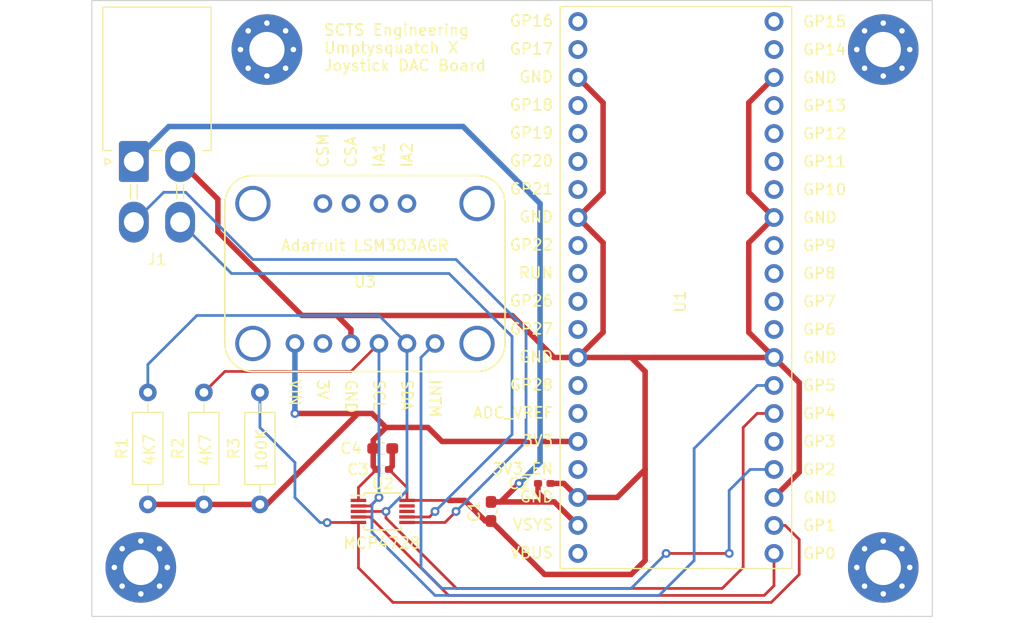
<source format=kicad_pcb>
(kicad_pcb (version 20221018) (generator pcbnew)
  (layers (0 "F.Cu" signal) (31 "B.Cu" signal) (34 "B.Paste" user) (35 "F.Paste" user) (36 "B.SilkS" user "B.Silkscreen") (37 "F.SilkS" user "F.Silkscreen") (38 "B.Mask" user) (39 "F.Mask" user) (44 "Edge.Cuts" user))
  (net 0 "")
  (net 1 "/LDAC")
  (net 2 "/RDY")
  (net 3 "/INTM")
  (net 5 "/SDA")
  (net 6 "/SCL")
  (net 27 "GND")
  (net 30 "/+3V3_2")
  (net 32 "/+3V3")
  (net 34 "/JoystickX")
  (net 35 "/JoystickY")
  (footprint "Resistor_THT:R_Axial_DIN0207_L6.3mm_D2.5mm_P10.16mm_Horizontal" (layer "F.Cu") (at 145.415 83.185 90)
    (fp_text reference "R3" (at 5.08 -2.37 90) (layer "F.SilkS"))
    (fp_text value "100K")
    (fp_line (start 1.04 0) (end 1.81 0) (stroke (width 0.12)) (layer "F.SilkS"))
    (fp_line (start 1.81 -1.37) (end 1.81 1.37) (stroke (width 0.12)) (layer "F.SilkS"))
    (fp_line (start 1.81 1.37) (end 8.35 1.37) (stroke (width 0.12)) (layer "F.SilkS"))
    (fp_line (start 8.35 -1.37) (end 1.81 -1.37) (stroke (width 0.12)) (layer "F.SilkS"))
    (fp_line (start 8.35 1.37) (end 8.35 -1.37) (stroke (width 0.12)) (layer "F.SilkS"))
    (fp_line (start 9.12 0) (end 8.35 0) (stroke (width 0.12)) (layer "F.SilkS"))
    (pad "1" thru_hole circle (at 0 0 90) (size 1.6 1.6) (drill 0.8) (layers "*.Cu" "*.Mask") (net 30 "/+3V3_2"))
    (pad "2" thru_hole oval (at 10.16 0 90) (size 1.6 1.6) (drill 0.8) (layers "*.Cu" "*.Mask") (net 2 "/RDY"))
  )
  (footprint "Capacitor_SMD:C_0402_1005Metric_Pad0.74x0.62mm_HandSolder" (layer "F.Cu") (at 171.196 81.28)
    (fp_text reference "C2" (at -2.286 0) (layer "F.SilkS"))
    (fp_text value "0.1u")
    (fp_line (start -0.115835 -0.36) (end 0.115835 -0.36) (stroke (width 0.12)) (layer "F.SilkS"))
    (fp_line (start -0.115835 0.36) (end 0.115835 0.36) (stroke (width 0.12)) (layer "F.SilkS"))
    (pad "1" smd roundrect (at -0.5675 0) (size 0.735 0.62) (layers "F.Cu" "F.Paste" "F.Mask") (net 32 "/+3V3"))
    (pad "2" smd roundrect (at 0.5675 0) (size 0.735 0.62) (layers "F.Cu" "F.Paste" "F.Mask") (net 27 "GND"))
  )
  (footprint "custom_parts:raspberry_pi_pico" (layer "F.Cu") (at 183.515 64.712 90)
    (fp_text reference "U1" (at -0.058 0 90) (layer "F.SilkS"))
    (fp_text value "raspberry_pi_pico")
    (fp_text user "GND" (at -17.838 11.048) (layer "F.SilkS") (effects (justify left)))
    (fp_text user "GP27" (at -2.54 -11.43) (layer "F.SilkS") (effects (justify right)))
    (fp_text user "RUN" (at 2.54 -11.43) (layer "F.SilkS") (effects (justify right)))
    (fp_text user "GP10" (at 10.102 11.048) (layer "F.SilkS") (effects (justify left)))
    (fp_text user "GP3" (at -12.758 11.048) (layer "F.SilkS") (effects (justify left)))
    (fp_text user "GP14" (at 22.802 11.048) (layer "F.SilkS") (effects (justify left)))
    (fp_text user "GP9" (at 5.022 11.048) (layer "F.SilkS") (effects (justify left)))
    (fp_text user "GP13" (at 17.722 11.048) (layer "F.SilkS") (effects (justify left)))
    (fp_text user "VSYS" (at -20.32 -11.43) (layer "F.SilkS") (effects (justify right)))
    (fp_text user "GP11" (at 12.642 11.048) (layer "F.SilkS") (effects (justify left)))
    (fp_text user "GND" (at 20.32 -11.43) (layer "F.SilkS") (effects (justify right)))
    (fp_text user "ADC_VREF" (at -10.16 -11.43) (layer "F.SilkS") (effects (justify right)))
    (fp_text user "GP17" (at 22.86 -11.43) (layer "F.SilkS") (effects (justify right)))
    (fp_text user "GP16" (at 25.4 -11.43) (layer "F.SilkS") (effects (justify right)))
    (fp_text user "GND" (at 7.62 -11.43) (layer "F.SilkS") (effects (justify right)))
    (fp_text user "GP20" (at 12.7 -11.43) (layer "F.SilkS") (effects (justify right)))
    (fp_text user "GP19" (at 15.24 -11.43) (layer "F.SilkS") (effects (justify right)))
    (fp_text user "VBUS" (at -22.86 -11.43) (layer "F.SilkS") (effects (justify right)))
    (fp_text user "GP0" (at -22.918 11.048) (layer "F.SilkS") (effects (justify left)))
    (fp_text user "GP15" (at 25.342 11.048) (layer "F.SilkS") (effects (justify left)))
    (fp_text user "3V3" (at -12.7 -11.43) (layer "F.SilkS") (effects (justify right)))
    (fp_text user "GP6" (at -2.598 11.048) (layer "F.SilkS") (effects (justify left)))
    (fp_text user "GP22" (at 5.08 -11.43) (layer "F.SilkS") (effects (justify right)))
    (fp_text user "GP1" (at -20.378 11.048) (layer "F.SilkS") (effects (justify left)))
    (fp_text user "GP2" (at -15.298 11.048) (layer "F.SilkS") (effects (justify left)))
    (fp_text user "GND" (at 20.262 11.048) (layer "F.SilkS") (effects (justify left)))
    (fp_text user "GP5" (at -7.678 11.048) (layer "F.SilkS") (effects (justify left)))
    (fp_text user "GP18" (at 17.78 -11.43) (layer "F.SilkS") (effects (justify right)))
    (fp_text user "GND" (at -17.78 -11.39) (layer "F.SilkS") (effects (justify right)))
    (fp_text user "GP4" (at -10.218 11.048) (layer "F.SilkS") (effects (justify left)))
    (fp_text user "GP21" (at 10.16 -11.43) (layer "F.SilkS") (effects (justify right)))
    (fp_text user "GP26" (at 0 -11.43) (layer "F.SilkS") (effects (justify right)))
    (fp_text user "GP12" (at 15.182 11.048) (layer "F.SilkS") (effects (justify left)))
    (fp_text user "GP8" (at 2.482 11.048) (layer "F.SilkS") (effects (justify left)))
    (fp_text user "GND" (at -5.138 11.048) (layer "F.SilkS") (effects (justify left)))
    (fp_text user "GND" (at -5.08 -11.43) (layer "F.SilkS") (effects (justify right)))
    (fp_text user "GP28" (at -7.62 -11.43) (layer "F.SilkS") (effects (justify right)))
    (fp_text user "3V3_EN" (at -15.24 -11.43) (layer "F.SilkS") (effects (justify right)))
    (fp_text user "GND" (at 7.562 11.048) (layer "F.SilkS") (effects (justify left)))
    (fp_text user "GP7" (at -0.058 11.048) (layer "F.SilkS") (effects (justify left)))
    (fp_rect (start -24.288 -10.882) (end 26.712 10.118) (stroke (width 0.12)) (fill none) (layer "F.SilkS"))
    (pad "1" thru_hole circle (at -22.918 8.508) (size 1.7 1.7) (drill 1) (layers "*.Cu" "*.Mask") (net 1 "/LDAC"))
    (pad "2" thru_hole circle (at -20.378 8.508) (size 1.7 1.7) (drill 1) (layers "*.Cu" "*.Mask") (net 2 "/RDY"))
    (pad "3" thru_hole circle (at -17.838 8.508) (size 1.7 1.7) (drill 1) (layers "*.Cu" "*.Mask") (net 27 "GND"))
    (pad "4" thru_hole circle (at -15.298 8.508) (size 1.7 1.7) (drill 1) (layers "*.Cu" "*.Mask") (net 3 "/INTM"))
    (pad "5" thru_hole circle (at -12.758 8.508) (size 1.7 1.7) (drill 1) (layers "*.Cu" "*.Mask"))
    (pad "6" thru_hole circle (at -10.218 8.508) (size 1.7 1.7) (drill 1) (layers "*.Cu" "*.Mask") (net 5 "/SDA"))
    (pad "7" thru_hole circle (at -7.678 8.508) (size 1.7 1.7) (drill 1) (layers "*.Cu" "*.Mask") (net 6 "/SCL"))
    (pad "8" thru_hole circle (at -5.138 8.508) (size 1.7 1.7) (drill 1) (layers "*.Cu" "*.Mask") (net 27 "GND"))
    (pad "9" thru_hole circle (at -2.598 8.508) (size 1.7 1.7) (drill 1) (layers "*.Cu" "*.Mask"))
    (pad "10" thru_hole circle (at -0.058 8.508) (size 1.7 1.7) (drill 1) (layers "*.Cu" "*.Mask"))
    (pad "11" thru_hole circle (at 2.482 8.508) (size 1.7 1.7) (drill 1) (layers "*.Cu" "*.Mask"))
    (pad "12" thru_hole circle (at 5.022 8.508) (size 1.7 1.7) (drill 1) (layers "*.Cu" "*.Mask"))
    (pad "13" thru_hole circle (at 7.562 8.508) (size 1.7 1.7) (drill 1) (layers "*.Cu" "*.Mask") (net 27 "GND"))
    (pad "14" thru_hole circle (at 10.102 8.508) (size 1.7 1.7) (drill 1) (layers "*.Cu" "*.Mask"))
    (pad "15" thru_hole circle (at 12.642 8.508) (size 1.7 1.7) (drill 1) (layers "*.Cu" "*.Mask"))
    (pad "16" thru_hole circle (at 15.182 8.508) (size 1.7 1.7) (drill 1) (layers "*.Cu" "*.Mask"))
    (pad "17" thru_hole circle (at 17.722 8.508) (size 1.7 1.7) (drill 1) (layers "*.Cu" "*.Mask"))
    (pad "18" thru_hole circle (at 20.262 8.508) (size 1.7 1.7) (drill 1) (layers "*.Cu" "*.Mask") (net 27 "GND"))
    (pad "19" thru_hole circle (at 22.802 8.508) (size 1.7 1.7) (drill 1) (layers "*.Cu" "*.Mask"))
    (pad "20" thru_hole circle (at 25.342 8.508) (size 1.7 1.7) (drill 1) (layers "*.Cu" "*.Mask"))
    (pad "21" thru_hole circle (at 25.342 -9.272) (size 1.7 1.7) (drill 1) (layers "*.Cu" "*.Mask"))
    (pad "22" thru_hole circle (at 22.802 -9.272) (size 1.7 1.7) (drill 1) (layers "*.Cu" "*.Mask"))
    (pad "23" thru_hole circle (at 20.262 -9.272) (size 1.7 1.7) (drill 1) (layers "*.Cu" "*.Mask") (net 27 "GND"))
    (pad "24" thru_hole circle (at 17.722 -9.272) (size 1.7 1.7) (drill 1) (layers "*.Cu" "*.Mask"))
    (pad "25" thru_hole circle (at 15.182 -9.272) (size 1.7 1.7) (drill 1) (layers "*.Cu" "*.Mask"))
    (pad "26" thru_hole circle (at 12.642 -9.272) (size 1.7 1.7) (drill 1) (layers "*.Cu" "*.Mask"))
    (pad "27" thru_hole circle (at 10.102 -9.272) (size 1.7 1.7) (drill 1) (layers "*.Cu" "*.Mask"))
    (pad "28" thru_hole circle (at 7.562 -9.272) (size 1.7 1.7) (drill 1) (layers "*.Cu" "*.Mask") (net 27 "GND"))
    (pad "29" thru_hole circle (at 5.022 -9.272) (size 1.7 1.7) (drill 1) (layers "*.Cu" "*.Mask"))
    (pad "30" thru_hole circle (at 2.482 -9.272) (size 1.7 1.7) (drill 1) (layers "*.Cu" "*.Mask"))
    (pad "31" thru_hole circle (at -0.058 -9.272) (size 1.7 1.7) (drill 1) (layers "*.Cu" "*.Mask"))
    (pad "32" thru_hole circle (at -2.598 -9.272) (size 1.7 1.7) (drill 1) (layers "*.Cu" "*.Mask"))
    (pad "33" thru_hole circle (at -5.138 -9.272) (size 1.7 1.7) (drill 1) (layers "*.Cu" "*.Mask") (net 27 "GND"))
    (pad "34" thru_hole circle (at -7.678 -9.272) (size 1.7 1.7) (drill 1) (layers "*.Cu" "*.Mask"))
    (pad "35" thru_hole circle (at -10.218 -9.272) (size 1.7 1.7) (drill 1) (layers "*.Cu" "*.Mask"))
    (pad "36" thru_hole circle (at -12.758 -9.272) (size 1.7 1.7) (drill 1) (layers "*.Cu" "*.Mask") (net 30 "/+3V3_2"))
    (pad "37" thru_hole circle (at -15.298 -9.272) (size 1.7 1.7) (drill 1) (layers "*.Cu" "*.Mask"))
    (pad "38" thru_hole circle (at -17.838 -9.272) (size 1.7 1.7) (drill 1) (layers "*.Cu" "*.Mask") (net 27 "GND"))
    (pad "39" thru_hole circle (at -20.378 -9.272) (size 1.7 1.7) (drill 1) (layers "*.Cu" "*.Mask") (net 32 "/+3V3"))
    (pad "40" thru_hole circle (at -22.918 -9.272) (size 1.7 1.7) (drill 1) (layers "*.Cu" "*.Mask"))
  )
  (footprint "Capacitor_SMD:C_0603_1608Metric_Pad1.08x0.95mm_HandSolder" (layer "F.Cu") (at 156.55 78.105)
    (fp_text reference "C4" (at -2.88 0) (layer "F.SilkS"))
    (fp_text value "10u")
    (fp_line (start -0.146267 -0.51) (end 0.146267 -0.51) (stroke (width 0.12)) (layer "F.SilkS"))
    (fp_line (start -0.146267 0.51) (end 0.146267 0.51) (stroke (width 0.12)) (layer "F.SilkS"))
    (pad "1" smd roundrect (at -0.8625 0) (size 1.075 0.95) (layers "F.Cu" "F.Paste" "F.Mask") (net 30 "/+3V3_2"))
    (pad "2" smd roundrect (at 0.8625 0) (size 1.075 0.95) (layers "F.Cu" "F.Paste" "F.Mask") (net 27 "GND"))
  )
  (footprint "Resistor_THT:R_Axial_DIN0207_L6.3mm_D2.5mm_P10.16mm_Horizontal" (layer "F.Cu") (at 140.335 83.185 90)
    (fp_text reference "R2" (at 5.08 -2.37 90) (layer "F.SilkS"))
    (fp_text value "4K7")
    (fp_line (start 1.04 0) (end 1.81 0) (stroke (width 0.12)) (layer "F.SilkS"))
    (fp_line (start 1.81 -1.37) (end 1.81 1.37) (stroke (width 0.12)) (layer "F.SilkS"))
    (fp_line (start 1.81 1.37) (end 8.35 1.37) (stroke (width 0.12)) (layer "F.SilkS"))
    (fp_line (start 8.35 -1.37) (end 1.81 -1.37) (stroke (width 0.12)) (layer "F.SilkS"))
    (fp_line (start 8.35 1.37) (end 8.35 -1.37) (stroke (width 0.12)) (layer "F.SilkS"))
    (fp_line (start 9.12 0) (end 8.35 0) (stroke (width 0.12)) (layer "F.SilkS"))
    (pad "1" thru_hole circle (at 0 0 90) (size 1.6 1.6) (drill 0.8) (layers "*.Cu" "*.Mask") (net 30 "/+3V3_2"))
    (pad "2" thru_hole oval (at 10.16 0 90) (size 1.6 1.6) (drill 0.8) (layers "*.Cu" "*.Mask") (net 6 "/SCL"))
  )
  (footprint "Capacitor_SMD:C_0402_1005Metric_Pad0.74x0.62mm_HandSolder" (layer "F.Cu") (at 156.55 80.01)
    (fp_text reference "C3" (at -2.245 0) (layer "F.SilkS"))
    (fp_text value "0.1u")
    (fp_line (start -0.115835 -0.36) (end 0.115835 -0.36) (stroke (width 0.12)) (layer "F.SilkS"))
    (fp_line (start -0.115835 0.36) (end 0.115835 0.36) (stroke (width 0.12)) (layer "F.SilkS"))
    (pad "1" smd roundrect (at -0.5675 0) (size 0.735 0.62) (layers "F.Cu" "F.Paste" "F.Mask") (net 30 "/+3V3_2"))
    (pad "2" smd roundrect (at 0.5675 0) (size 0.735 0.62) (layers "F.Cu" "F.Paste" "F.Mask") (net 27 "GND"))
  )
  (footprint "MountingHole:MountingHole_3.2mm_M3_Pad_Via" (layer "F.Cu") (at 134.62 88.9)
    (fp_text reference "REF**" hide)
    (fp_text value "MountingHole_3.2mm_M3_Pad_Via")
    (pad "1" thru_hole circle locked (at -2.4 0) (size 0.8 0.8) (drill 0.5) (layers "*.Cu" "*.Mask"))
    (pad "1" thru_hole circle locked (at -1.697056 -1.697056) (size 0.8 0.8) (drill 0.5) (layers "*.Cu" "*.Mask"))
    (pad "1" thru_hole circle locked (at -1.697056 1.697056) (size 0.8 0.8) (drill 0.5) (layers "*.Cu" "*.Mask"))
    (pad "1" thru_hole circle locked (at 0 -2.4) (size 0.8 0.8) (drill 0.5) (layers "*.Cu" "*.Mask"))
    (pad "1" thru_hole circle locked (at 0 0) (size 6.4 6.4) (drill 3.2) (layers "*.Cu" "*.Mask"))
    (pad "1" thru_hole circle locked (at 0 2.4) (size 0.8 0.8) (drill 0.5) (layers "*.Cu" "*.Mask"))
    (pad "1" thru_hole circle locked (at 1.697056 -1.697056) (size 0.8 0.8) (drill 0.5) (layers "*.Cu" "*.Mask"))
    (pad "1" thru_hole circle locked (at 1.697056 1.697056) (size 0.8 0.8) (drill 0.5) (layers "*.Cu" "*.Mask"))
    (pad "1" thru_hole circle locked (at 2.4 0) (size 0.8 0.8) (drill 0.5) (layers "*.Cu" "*.Mask"))
  )
  (footprint "custom_parts:adafruit_lsm303agr" (layer "F.Cu") (at 154.94 63.5)
    (fp_text reference "U3" (at 0 -0.5 unlocked) (layer "F.SilkS"))
    (fp_text value "~")
    (fp_text user "SCL" (at 1.27 8.255 270 unlocked) (layer "F.SilkS") (effects (justify left)))
    (fp_text user "VIN" (at -6.35 8.255 270 unlocked) (layer "F.SilkS") (effects (justify left)))
    (fp_text user "CSA" (at -1.27 -10.795 90 unlocked) (layer "F.SilkS") (effects (justify left)))
    (fp_text user "Adafruit LSM303AGR" (at 0 -3.81 unlocked) (layer "F.SilkS"))
    (fp_text user "GND" (at -1.27 8.255 270 unlocked) (layer "F.SilkS") (effects (justify left)))
    (fp_text user "CSM" (at -3.81 -10.795 90 unlocked) (layer "F.SilkS") (effects (justify left)))
    (fp_text user "IA2" (at 3.81 -10.795 90 unlocked) (layer "F.SilkS") (effects (justify left)))
    (fp_text user "IA1" (at 1.27 -10.795 90 unlocked) (layer "F.SilkS") (effects (justify left)))
    (fp_text user "3V" (at -3.81 8.255 270 unlocked) (layer "F.SilkS") (effects (justify left)))
    (fp_text user "INTM" (at 6.35 8.255 270 unlocked) (layer "F.SilkS") (effects (justify left)))
    (fp_text user "SDA" (at 3.81 8.255 270 unlocked) (layer "F.SilkS") (effects (justify left)))
    (fp_line (start -12.7 5.08) (end -12.7 -7.62) (stroke (width 0.15)) (layer "F.SilkS"))
    (fp_line (start -10.16 -10.16) (end 10.16 -10.16) (stroke (width 0.15)) (layer "F.SilkS"))
    (fp_line (start -10.16 7.62) (end 10.16 7.62) (stroke (width 0.15)) (layer "F.SilkS"))
    (fp_line (start 12.7 5.08) (end 12.7 -7.62) (stroke (width 0.15)) (layer "F.SilkS"))
    (fp_arc (start -12.7 -7.62) (mid -11.956051 -9.416051) (end -10.16 -10.16) (stroke (width 0.15)) (layer "F.SilkS"))
    (fp_arc (start -10.16 7.62) (mid -11.956051 6.876051) (end -12.7 5.08) (stroke (width 0.15)) (layer "F.SilkS"))
    (fp_arc (start 10.16 -10.16) (mid 11.956051 -9.416051) (end 12.7 -7.62) (stroke (width 0.15)) (layer "F.SilkS"))
    (fp_arc (start 12.7 5.08) (mid 11.956051 6.876051) (end 10.16 7.62) (stroke (width 0.15)) (layer "F.SilkS"))
    (pad "" thru_hole circle (at -10.16 -7.62) (size 3.2 3.2) (drill 2.5) (layers "*.Cu" "*.Mask"))
    (pad "" thru_hole circle (at -10.16 5.08) (size 3.2 3.2) (drill 2.5) (layers "*.Cu" "*.Mask"))
    (pad "" thru_hole circle (at 10.16 -7.62) (size 3.2 3.2) (drill 2.5) (layers "*.Cu" "*.Mask"))
    (pad "" thru_hole circle (at 10.16 5.08) (size 3.2 3.2) (drill 2.5) (layers "*.Cu" "*.Mask"))
    (pad "0" thru_hole circle (at -3.81 -7.62 90) (size 1.6764 1.6764) (drill 1) (layers "*.Cu" "*.Mask"))
    (pad "1" thru_hole circle (at -1.27 -7.62 90) (size 1.6764 1.6764) (drill 1) (layers "*.Cu" "*.Mask"))
    (pad "2" thru_hole circle (at 1.27 -7.62 90) (size 1.6764 1.6764) (drill 1) (layers "*.Cu" "*.Mask"))
    (pad "3" thru_hole circle (at 3.81 -7.62 90) (size 1.6764 1.6764) (drill 1) (layers "*.Cu" "*.Mask"))
    (pad "4" thru_hole circle (at -6.35 5.08 90) (size 1.6764 1.6764) (drill 1) (layers "*.Cu" "*.Mask") (net 30 "/+3V3_2"))
    (pad "5" thru_hole circle (at -3.81 5.08 90) (size 1.6764 1.6764) (drill 1) (layers "*.Cu" "*.Mask"))
    (pad "6" thru_hole circle (at -1.27 5.08 90) (size 1.6764 1.6764) (drill 1) (layers "*.Cu" "*.Mask") (net 27 "GND"))
    (pad "7" thru_hole circle (at 1.27 5.08 90) (size 1.6764 1.6764) (drill 1) (layers "*.Cu" "*.Mask") (net 6 "/SCL"))
    (pad "8" thru_hole circle (at 3.81 5.08 90) (size 1.6764 1.6764) (drill 1) (layers "*.Cu" "*.Mask") (net 5 "/SDA"))
    (pad "9" thru_hole circle (at 6.35 5.08 90) (size 1.6764 1.6764) (drill 1) (layers "*.Cu" "*.Mask") (net 3 "/INTM"))
  )
  (footprint "Capacitor_SMD:C_0603_1608Metric_Pad1.08x0.95mm_HandSolder" (layer "F.Cu") (at 166.37 83.82 -90)
    (fp_text reference "C1" (at 0 1.524 90) (layer "F.SilkS"))
    (fp_text value "10u")
    (fp_line (start -0.146267 -0.51) (end 0.146267 -0.51) (stroke (width 0.12)) (layer "F.SilkS"))
    (fp_line (start -0.146267 0.51) (end 0.146267 0.51) (stroke (width 0.12)) (layer "F.SilkS"))
    (pad "1" smd roundrect (at -0.8625 0 270) (size 1.075 0.95) (layers "F.Cu" "F.Paste" "F.Mask") (net 32 "/+3V3"))
    (pad "2" smd roundrect (at 0.8625 0 270) (size 1.075 0.95) (layers "F.Cu" "F.Paste" "F.Mask") (net 27 "GND"))
  )
  (footprint "Resistor_THT:R_Axial_DIN0207_L6.3mm_D2.5mm_P10.16mm_Horizontal" (layer "F.Cu") (at 135.255 83.185 90)
    (fp_text reference "R1" (at 5.08 -2.37 90) (layer "F.SilkS"))
    (fp_text value "4K7")
    (fp_line (start 1.04 0) (end 1.81 0) (stroke (width 0.12)) (layer "F.SilkS"))
    (fp_line (start 1.81 -1.37) (end 1.81 1.37) (stroke (width 0.12)) (layer "F.SilkS"))
    (fp_line (start 1.81 1.37) (end 8.35 1.37) (stroke (width 0.12)) (layer "F.SilkS"))
    (fp_line (start 8.35 -1.37) (end 1.81 -1.37) (stroke (width 0.12)) (layer "F.SilkS"))
    (fp_line (start 8.35 1.37) (end 8.35 -1.37) (stroke (width 0.12)) (layer "F.SilkS"))
    (fp_line (start 9.12 0) (end 8.35 0) (stroke (width 0.12)) (layer "F.SilkS"))
    (pad "1" thru_hole circle (at 0 0 90) (size 1.6 1.6) (drill 0.8) (layers "*.Cu" "*.Mask") (net 30 "/+3V3_2"))
    (pad "2" thru_hole oval (at 10.16 0 90) (size 1.6 1.6) (drill 0.8) (layers "*.Cu" "*.Mask") (net 5 "/SDA"))
  )
  (footprint "Package_SO:MSOP-10_3x3mm_P0.5mm" (layer "F.Cu") (at 156.55 83.82)
    (fp_text reference "U2" (at 0 -2.54) (layer "F.SilkS"))
    (fp_text value "MCP4728")
    (fp_line (start -1.675 -1.675) (end -1.675 -1.45) (stroke (width 0.15)) (layer "F.SilkS"))
    (fp_line (start -1.675 -1.675) (end 1.675 -1.675) (stroke (width 0.15)) (layer "F.SilkS"))
    (fp_line (start -1.675 -1.45) (end -2.9 -1.45) (stroke (width 0.15)) (layer "F.SilkS"))
    (fp_line (start -1.675 1.675) (end -1.675 1.375) (stroke (width 0.15)) (layer "F.SilkS"))
    (fp_line (start -1.675 1.675) (end 1.675 1.675) (stroke (width 0.15)) (layer "F.SilkS"))
    (fp_line (start 1.675 -1.675) (end 1.675 -1.375) (stroke (width 0.15)) (layer "F.SilkS"))
    (fp_line (start 1.675 1.675) (end 1.675 1.375) (stroke (width 0.15)) (layer "F.SilkS"))
    (pad "1" smd rect (at -2.2 -1) (size 1.4 0.3) (layers "F.Cu" "F.Paste" "F.Mask") (net 30 "/+3V3_2"))
    (pad "2" smd rect (at -2.2 -0.5) (size 1.4 0.3) (layers "F.Cu" "F.Paste" "F.Mask") (net 6 "/SCL"))
    (pad "3" smd rect (at -2.2 0) (size 1.4 0.3) (layers "F.Cu" "F.Paste" "F.Mask") (net 5 "/SDA"))
    (pad "4" smd rect (at -2.2 0.5) (size 1.4 0.3) (layers "F.Cu" "F.Paste" "F.Mask") (net 1 "/LDAC"))
    (pad "5" smd rect (at -2.2 1) (size 1.4 0.3) (layers "F.Cu" "F.Paste" "F.Mask") (net 2 "/RDY"))
    (pad "6" smd rect (at 2.2 1) (size 1.4 0.3) (layers "F.Cu" "F.Paste" "F.Mask") (net 34 "/JoystickX"))
    (pad "7" smd rect (at 2.2 0.5) (size 1.4 0.3) (layers "F.Cu" "F.Paste" "F.Mask") (net 35 "/JoystickY"))
    (pad "8" smd rect (at 2.2 0) (size 1.4 0.3) (layers "F.Cu" "F.Paste" "F.Mask"))
    (pad "9" smd rect (at 2.2 -0.5) (size 1.4 0.3) (layers "F.Cu" "F.Paste" "F.Mask"))
    (pad "10" smd rect (at 2.2 -1) (size 1.4 0.3) (layers "F.Cu" "F.Paste" "F.Mask") (net 27 "GND"))
  )
  (footprint "Connector_Molex:Molex_Mini-Fit_Jr_5569-04A2_2x02_P4.20mm_Horizontal" (layer "F.Cu") (at 133.985 52.07)
    (fp_text reference "J1" (at 2.1 8.89) (layer "F.SilkS"))
    (fp_text value "Power/Signal Out")
    (fp_line (start -2.81 -14.01) (end 2.1 -14.01) (stroke (width 0.12)) (layer "F.SilkS"))
    (fp_line (start -2.81 -0.99) (end -2.81 -14.01) (stroke (width 0.12)) (layer "F.SilkS"))
    (fp_line (start -2.6 -0.3) (end -2 0) (stroke (width 0.12)) (layer "F.SilkS"))
    (fp_line (start -2.6 0.3) (end -2.6 -0.3) (stroke (width 0.12)) (layer "F.SilkS"))
    (fp_line (start -2 -0.99) (end -2.81 -0.99) (stroke (width 0.12)) (layer "F.SilkS"))
    (fp_line (start -2 0) (end -2.6 0.3) (stroke (width 0.12)) (layer "F.SilkS"))
    (fp_line (start -0.3 2.11) (end -0.3 3.39) (stroke (width 0.12)) (layer "F.SilkS"))
    (fp_line (start 0.3 2.11) (end 0.3 3.39) (stroke (width 0.12)) (layer "F.SilkS"))
    (fp_line (start 1.61 -1) (end 2.59 -1) (stroke (width 0.12)) (layer "F.SilkS"))
    (fp_line (start 3.9 2.11) (end 3.9 3.39) (stroke (width 0.12)) (layer "F.SilkS"))
    (fp_line (start 4.5 2.11) (end 4.5 3.39) (stroke (width 0.12)) (layer "F.SilkS"))
    (fp_line (start 6.2 -0.99) (end 7.01 -0.99) (stroke (width 0.12)) (layer "F.SilkS"))
    (fp_line (start 7.01 -14.01) (end 2.1 -14.01) (stroke (width 0.12)) (layer "F.SilkS"))
    (fp_line (start 7.01 -0.99) (end 7.01 -14.01) (stroke (width 0.12)) (layer "F.SilkS"))
    (pad "" np_thru_hole circle (at 2.1 -7.3) (size 3 3) (drill 3) (layers "*.Cu" "*.Mask"))
    (pad "1" thru_hole roundrect (at 0 0) (size 2.7 3.7) (drill 1.8) (layers "*.Cu" "*.Mask") (roundrect_rratio 0.09259296296) (net 32 "/+3V3"))
    (pad "2" thru_hole oval (at 4.2 0) (size 2.7 3.7) (drill 1.8) (layers "*.Cu" "*.Mask") (net 27 "GND"))
    (pad "3" thru_hole oval (at 0 5.5) (size 2.7 3.7) (drill 1.8) (layers "*.Cu" "*.Mask") (net 34 "/JoystickX"))
    (pad "4" thru_hole oval (at 4.2 5.5) (size 2.7 3.7) (drill 1.8) (layers "*.Cu" "*.Mask") (net 35 "/JoystickY"))
  )
  (footprint "MountingHole:MountingHole_3.2mm_M3_Pad_Via" (layer "F.Cu") (at 201.93 88.9)
    (fp_text reference "REF**" hide)
    (fp_text value "MountingHole_3.2mm_M3_Pad_Via")
    (pad "1" thru_hole circle locked (at -2.4 0) (size 0.8 0.8) (drill 0.5) (layers "*.Cu" "*.Mask"))
    (pad "1" thru_hole circle locked (at -1.697056 -1.697056) (size 0.8 0.8) (drill 0.5) (layers "*.Cu" "*.Mask"))
    (pad "1" thru_hole circle locked (at -1.697056 1.697056) (size 0.8 0.8) (drill 0.5) (layers "*.Cu" "*.Mask"))
    (pad "1" thru_hole circle locked (at 0 -2.4) (size 0.8 0.8) (drill 0.5) (layers "*.Cu" "*.Mask"))
    (pad "1" thru_hole circle locked (at 0 0) (size 6.4 6.4) (drill 3.2) (layers "*.Cu" "*.Mask"))
    (pad "1" thru_hole circle locked (at 0 2.4) (size 0.8 0.8) (drill 0.5) (layers "*.Cu" "*.Mask"))
    (pad "1" thru_hole circle locked (at 1.697056 -1.697056) (size 0.8 0.8) (drill 0.5) (layers "*.Cu" "*.Mask"))
    (pad "1" thru_hole circle locked (at 1.697056 1.697056) (size 0.8 0.8) (drill 0.5) (layers "*.Cu" "*.Mask"))
    (pad "1" thru_hole circle locked (at 2.4 0) (size 0.8 0.8) (drill 0.5) (layers "*.Cu" "*.Mask"))
  )
  (footprint "MountingHole:MountingHole_3.2mm_M3_Pad_Via" (layer "F.Cu") (at 201.93 41.91)
    (fp_text reference "REF**" hide)
    (fp_text value "MountingHole_3.2mm_M3_Pad_Via")
    (pad "1" thru_hole circle locked (at -2.4 0) (size 0.8 0.8) (drill 0.5) (layers "*.Cu" "*.Mask"))
    (pad "1" thru_hole circle locked (at -1.697056 -1.697056) (size 0.8 0.8) (drill 0.5) (layers "*.Cu" "*.Mask"))
    (pad "1" thru_hole circle locked (at -1.697056 1.697056) (size 0.8 0.8) (drill 0.5) (layers "*.Cu" "*.Mask"))
    (pad "1" thru_hole circle locked (at 0 -2.4) (size 0.8 0.8) (drill 0.5) (layers "*.Cu" "*.Mask"))
    (pad "1" thru_hole circle locked (at 0 0) (size 6.4 6.4) (drill 3.2) (layers "*.Cu" "*.Mask"))
    (pad "1" thru_hole circle locked (at 0 2.4) (size 0.8 0.8) (drill 0.5) (layers "*.Cu" "*.Mask"))
    (pad "1" thru_hole circle locked (at 1.697056 -1.697056) (size 0.8 0.8) (drill 0.5) (layers "*.Cu" "*.Mask"))
    (pad "1" thru_hole circle locked (at 1.697056 1.697056) (size 0.8 0.8) (drill 0.5) (layers "*.Cu" "*.Mask"))
    (pad "1" thru_hole circle locked (at 2.4 0) (size 0.8 0.8) (drill 0.5) (layers "*.Cu" "*.Mask"))
  )
  (footprint "MountingHole:MountingHole_3.2mm_M3_Pad_Via" (layer "F.Cu") (at 146.05 41.91)
    (fp_text reference "REF**" hide)
    (fp_text value "MountingHole_3.2mm_M3_Pad_Via")
    (pad "1" thru_hole circle locked (at -2.4 0) (size 0.8 0.8) (drill 0.5) (layers "*.Cu" "*.Mask"))
    (pad "1" thru_hole circle locked (at -1.697056 -1.697056) (size 0.8 0.8) (drill 0.5) (layers "*.Cu" "*.Mask"))
    (pad "1" thru_hole circle locked (at -1.697056 1.697056) (size 0.8 0.8) (drill 0.5) (layers "*.Cu" "*.Mask"))
    (pad "1" thru_hole circle locked (at 0 -2.4) (size 0.8 0.8) (drill 0.5) (layers "*.Cu" "*.Mask"))
    (pad "1" thru_hole circle locked (at 0 0) (size 6.4 6.4) (drill 3.2) (layers "*.Cu" "*.Mask"))
    (pad "1" thru_hole circle locked (at 0 2.4) (size 0.8 0.8) (drill 0.5) (layers "*.Cu" "*.Mask"))
    (pad "1" thru_hole circle locked (at 1.697056 -1.697056) (size 0.8 0.8) (drill 0.5) (layers "*.Cu" "*.Mask"))
    (pad "1" thru_hole circle locked (at 1.697056 1.697056) (size 0.8 0.8) (drill 0.5) (layers "*.Cu" "*.Mask"))
    (pad "1" thru_hole circle locked (at 2.4 0) (size 0.8 0.8) (drill 0.5) (layers "*.Cu" "*.Mask"))
  )
  (gr_rect (start 130.175 37.465) (end 206.375 93.345) (stroke (width 0.1)) (fill none) (layer "Edge.Cuts"))
  (gr_text "100K" (at 145.542 78.232 90) (layer "F.SilkS") (effects (font (size 1 1))))
  (gr_text "4K7" (at 140.462 78.232 90) (layer "F.SilkS") (effects (font (size 1 1))))
  (gr_text "4K7" (at 135.382 78.232 90) (layer "F.SilkS") (effects (font (size 1 1))))
  (gr_text "MCP4728" (at 156.464 86.106) (layer "F.SilkS") (effects (font (size 1 1)) (justify top)))
  (gr_text "SCTS Engineering\nUmptysquatch X\nJoystick DAC Board" (at 151.13 43.942) (layer "F.SilkS") (effects (font (size 1 1)) (justify left bottom)))
  (segment (start 154.35 84.32) (end 155.4 84.32) (width 0.25) (layer "F.Cu") (net 1))
  (segment (start 192.023 90.552) (end 192.023 87.63) (width 0.25) (layer "F.Cu") (net 1))
  (segment (start 162.52 91.44) (end 191.135 91.44) (width 0.25) (layer "F.Cu") (net 1))
  (segment (start 155.4 84.32) (end 162.52 91.44) (width 0.25) (layer "F.Cu") (net 1))
  (segment (start 191.135 91.44) (end 192.023 90.552) (width 0.25) (layer "F.Cu") (net 1))
  (segment (start 191.77 92.075) (end 157.48 92.075) (width 0.25) (layer "F.Cu") (net 2))
  (segment (start 154.35 84.82) (end 151.527 84.82) (width 0.25) (layer "F.Cu") (net 2))
  (segment (start 193.04 85.09) (end 194.31 86.36) (width 0.25) (layer "F.Cu") (net 2))
  (segment (start 154.35 88.945) (end 154.35 84.82) (width 0.25) (layer "F.Cu") (net 2))
  (segment (start 194.31 86.36) (end 194.31 89.535) (width 0.25) (layer "F.Cu") (net 2))
  (segment (start 192.023 85.09) (end 193.04 85.09) (width 0.25) (layer "F.Cu") (net 2))
  (segment (start 194.31 89.535) (end 191.77 92.075) (width 0.25) (layer "F.Cu") (net 2))
  (segment (start 157.48 92.075) (end 154.35 88.945) (width 0.25) (layer "F.Cu") (net 2))
  (via (at 151.511 84.836) (size 0.8) (drill 0.4) (layers "F.Cu" "B.Cu") (net 2))
  (segment (start 148.59 82.55) (end 148.59 79.375) (width 0.25) (layer "B.Cu") (net 2))
  (segment (start 148.59 79.375) (end 145.415 76.2) (width 0.25) (layer "B.Cu") (net 2))
  (segment (start 151.511 84.836) (end 150.876 84.836) (width 0.25) (layer "B.Cu") (net 2))
  (segment (start 145.415 76.2) (end 145.415 73.025) (width 0.25) (layer "B.Cu") (net 2))
  (segment (start 150.876 84.836) (end 148.59 82.55) (width 0.25) (layer "B.Cu") (net 2))
  (segment (start 187.96 87.63) (end 182.245 87.63) (width 0.25) (layer "F.Cu") (net 3))
  (via (at 182.245 87.63) (size 0.8) (drill 0.4) (layers "F.Cu" "B.Cu") (net 3))
  (via (at 187.96 87.63) (size 0.8) (drill 0.4) (layers "F.Cu" "B.Cu") (net 3))
  (segment (start 160.02 69.85) (end 160.02 88.9) (width 0.25) (layer "B.Cu") (net 3))
  (segment (start 192.023 80.01) (end 189.865 80.01) (width 0.25) (layer "B.Cu") (net 3))
  (segment (start 179.07 90.805) (end 182.245 87.63) (width 0.25) (layer "B.Cu") (net 3))
  (segment (start 161.925 90.805) (end 179.07 90.805) (width 0.25) (layer "B.Cu") (net 3))
  (segment (start 161.29 68.58) (end 160.02 69.85) (width 0.25) (layer "B.Cu") (net 3))
  (segment (start 189.865 80.01) (end 187.96 81.915) (width 0.25) (layer "B.Cu") (net 3))
  (segment (start 187.96 81.915) (end 187.96 87.63) (width 0.25) (layer "B.Cu") (net 3))
  (segment (start 160.02 88.9) (end 161.925 90.805) (width 0.25) (layer "B.Cu") (net 3))
  (segment (start 189.23 76.2) (end 190.5 74.93) (width 0.25) (layer "F.Cu") (net 5))
  (segment (start 190.5 74.93) (end 192.023 74.93) (width 0.25) (layer "F.Cu") (net 5))
  (segment (start 189.23 88.9) (end 189.23 76.2) (width 0.25) (layer "F.Cu") (net 5))
  (segment (start 187.325 90.805) (end 189.23 88.9) (width 0.25) (layer "F.Cu") (net 5))
  (segment (start 163.235 90.805) (end 187.325 90.805) (width 0.25) (layer "F.Cu") (net 5))
  (segment (start 154.35 83.82) (end 156.845 83.82) (width 0.25) (layer "F.Cu") (net 5))
  (segment (start 156.845 84.415) (end 163.235 90.805) (width 0.25) (layer "F.Cu") (net 5))
  (segment (start 156.845 83.82) (end 156.845 84.415) (width 0.25) (layer "F.Cu") (net 5))
  (via (at 156.845 83.82) (size 0.8) (drill 0.4) (layers "F.Cu" "B.Cu") (net 5))
  (segment (start 156.21 66.04) (end 139.7 66.04) (width 0.25) (layer "B.Cu") (net 5))
  (segment (start 158.75 68.58) (end 156.21 66.04) (width 0.25) (layer "B.Cu") (net 5))
  (segment (start 139.7 66.04) (end 135.255 70.485) (width 0.25) (layer "B.Cu") (net 5))
  (segment (start 135.255 70.485) (end 135.255 73.025) (width 0.25) (layer "B.Cu") (net 5))
  (segment (start 158.75 81.915) (end 158.75 68.58) (width 0.25) (layer "B.Cu") (net 5))
  (segment (start 156.845 83.82) (end 158.75 81.915) (width 0.25) (layer "B.Cu") (net 5))
  (segment (start 154.35 83.32) (end 155.44 83.32) (width 0.25) (layer "F.Cu") (net 6))
  (segment (start 140.335 73.025) (end 142.24 71.12) (width 0.25) (layer "F.Cu") (net 6))
  (segment (start 142.24 71.12) (end 153.67 71.12) (width 0.25) (layer "F.Cu") (net 6))
  (segment (start 155.44 83.32) (end 156.21 82.55) (width 0.25) (layer "F.Cu") (net 6))
  (segment (start 153.67 71.12) (end 156.21 68.58) (width 0.25) (layer "F.Cu") (net 6))
  (via (at 156.21 82.55) (size 0.8) (drill 0.4) (layers "F.Cu" "B.Cu") (net 6))
  (segment (start 184.785 78.105) (end 184.785 88.265) (width 0.25) (layer "B.Cu") (net 6))
  (segment (start 184.785 88.265) (end 181.61 91.44) (width 0.25) (layer "B.Cu") (net 6))
  (segment (start 155.575 85.725) (end 155.575 83.185) (width 0.25) (layer "B.Cu") (net 6))
  (segment (start 190.5 72.39) (end 184.785 78.105) (width 0.25) (layer "B.Cu") (net 6))
  (segment (start 155.575 83.185) (end 156.21 82.55) (width 0.25) (layer "B.Cu") (net 6))
  (segment (start 156.21 82.55) (end 156.21 68.58) (width 0.25) (layer "B.Cu") (net 6))
  (segment (start 192.023 72.39) (end 190.5 72.39) (width 0.25) (layer "B.Cu") (net 6))
  (segment (start 181.61 91.44) (end 161.29 91.44) (width 0.25) (layer "B.Cu") (net 6))
  (segment (start 161.29 91.44) (end 155.575 85.725) (width 0.25) (layer "B.Cu") (net 6))
  (segment (start 194.31 72.137) (end 194.31 80.263) (width 0.5) (layer "F.Cu") (net 27))
  (segment (start 179.07 89.535) (end 171.2225 89.535) (width 0.5) (layer "F.Cu") (net 27))
  (segment (start 177.8 82.55) (end 180.34 80.01) (width 0.5) (layer "F.Cu") (net 27))
  (segment (start 163.98625 82.82) (end 162.56 82.82) (width 0.5) (layer "F.Cu") (net 27))
  (segment (start 179.07 69.85) (end 180.34 71.12) (width 0.5) (layer "F.Cu") (net 27))
  (segment (start 172.085 69.85) (end 168.275 66.04) (width 0.5) (layer "F.Cu") (net 27))
  (segment (start 192.023 69.85) (end 189.738 67.565) (width 0.5) (layer "F.Cu") (net 27))
  (segment (start 153.67 67.31) (end 152.4 66.04) (width 0.5) (layer "F.Cu") (net 27))
  (segment (start 192.023 57.15) (end 189.738 54.865) (width 0.5) (layer "F.Cu") (net 27))
  (segment (start 176.53 46.737) (end 174.243 44.45) (width 0.5) (layer "F.Cu") (net 27))
  (segment (start 174.243 69.85) (end 179.07 69.85) (width 0.5) (layer "F.Cu") (net 27))
  (segment (start 189.738 46.735) (end 192.023 44.45) (width 0.5) (layer "F.Cu") (net 27))
  (segment (start 189.738 67.565) (end 189.738 59.435) (width 0.5) (layer "F.Cu") (net 27))
  (segment (start 171.2225 89.535) (end 166.37 84.6825) (width 0.5) (layer "F.Cu") (net 27))
  (segment (start 174.243 69.85) (end 172.085 69.85) (width 0.5) (layer "F.Cu") (net 27))
  (segment (start 141.605 58.42) (end 149.225 66.04) (width 0.5) (layer "F.Cu") (net 27))
  (segment (start 166.37 84.6825) (end 165.84875 84.6825) (width 0.5) (layer "F.Cu") (net 27))
  (segment (start 149.225 66.04) (end 152.4 66.04) (width 0.5) (layer "F.Cu") (net 27))
  (segment (start 168.275 66.04) (end 152.4 66.04) (width 0.5) (layer "F.Cu") (net 27))
  (segment (start 189.738 59.435) (end 192.023 57.15) (width 0.5) (layer "F.Cu") (net 27))
  (segment (start 176.53 59.437) (end 174.243 57.15) (width 0.5) (layer "F.Cu") (net 27))
  (segment (start 174.243 57.15) (end 176.53 54.863) (width 0.5) (layer "F.Cu") (net 27))
  (segment (start 165.84875 84.6825) (end 163.98625 82.82) (width 0.5) (layer "F.Cu") (net 27))
  (segment (start 157.4125 79.715) (end 157.1175 80.01) (width 0.5) (layer "F.Cu") (net 27))
  (segment (start 153.67 68.58) (end 153.67 67.31) (width 0.5) (layer "F.Cu") (net 27))
  (segment (start 141.605 55.49) (end 141.605 58.42) (width 0.5) (layer "F.Cu") (net 27))
  (segment (start 174.243 69.85) (end 176.53 67.563) (width 0.5) (layer "F.Cu") (net 27))
  (segment (start 194.31 80.263) (end 192.023 82.55) (width 0.5) (layer "F.Cu") (net 27))
  (segment (start 158.75 81.6425) (end 157.1175 80.01) (width 0.25) (layer "F.Cu") (net 27))
  (segment (start 192.023 69.85) (end 194.31 72.137) (width 0.5) (layer "F.Cu") (net 27))
  (segment (start 180.34 88.265) (end 179.07 89.535) (width 0.5) (layer "F.Cu") (net 27))
  (segment (start 158.75 82.82) (end 162.56 82.82) (width 0.25) (layer "F.Cu") (net 27))
  (segment (start 157.4125 78.105) (end 157.4125 79.715) (width 0.5) (layer "F.Cu") (net 27))
  (segment (start 172.973 81.28) (end 174.243 82.55) (width 0.5) (layer "F.Cu") (net 27))
  (segment (start 189.738 54.865) (end 189.738 46.735) (width 0.5) (layer "F.Cu") (net 27))
  (segment (start 171.7635 81.28) (end 172.973 81.28) (width 0.5) (layer "F.Cu") (net 27))
  (segment (start 138.185 52.07) (end 141.605 55.49) (width 0.5) (layer "F.Cu") (net 27))
  (segment (start 176.53 54.863) (end 176.53 46.737) (width 0.5) (layer "F.Cu") (net 27))
  (segment (start 158.75 82.82) (end 158.75 81.6425) (width 0.25) (layer "F.Cu") (net 27))
  (segment (start 174.243 82.55) (end 177.8 82.55) (width 0.5) (layer "F.Cu") (net 27))
  (segment (start 176.53 67.563) (end 176.53 59.437) (width 0.5) (layer "F.Cu") (net 27))
  (segment (start 180.34 71.12) (end 180.34 80.01) (width 0.5) (layer "F.Cu") (net 27))
  (segment (start 180.34 80.01) (end 180.34 88.265) (width 0.5) (layer "F.Cu") (net 27))
  (segment (start 179.07 69.85) (end 192.023 69.85) (width 0.5) (layer "F.Cu") (net 27))
  (segment (start 174.243 77.47) (end 161.925 77.47) (width 0.5) (layer "F.Cu") (net 30))
  (segment (start 155.6875 77.3575) (end 155.6875 78.105) (width 0.5) (layer "F.Cu") (net 30))
  (segment (start 161.925 77.47) (end 160.655 76.2) (width 0.5) (layer "F.Cu") (net 30))
  (segment (start 146.05 83.185) (end 154.305 74.93) (width 0.5) (layer "F.Cu") (net 30))
  (segment (start 156.845 76.2) (end 155.6875 77.3575) (width 0.5) (layer "F.Cu") (net 30))
  (segment (start 154.35 81.6425) (end 155.9825 80.01) (width 0.25) (layer "F.Cu") (net 30))
  (segment (start 135.255 83.185) (end 145.415 83.185) (width 0.5) (layer "F.Cu") (net 30))
  (segment (start 154.94 74.93) (end 155.575 74.93) (width 0.5) (layer "F.Cu") (net 30))
  (segment (start 155.6875 78.105) (end 155.6875 79.715) (width 0.5) (layer "F.Cu") (net 30))
  (segment (start 148.59 74.93) (end 154.94 74.93) (width 0.5) (layer "F.Cu") (net 30))
  (segment (start 155.6875 79.715) (end 155.9825 80.01) (width 0.5) (layer "F.Cu") (net 30))
  (segment (start 154.305 74.93) (end 154.94 74.93) (width 0.5) (layer "F.Cu") (net 30))
  (segment (start 154.35 82.82) (end 154.35 81.6425) (width 0.25) (layer "F.Cu") (net 30))
  (segment (start 145.415 83.185) (end 146.05 83.185) (width 0.5) (layer "F.Cu") (net 30))
  (segment (start 160.655 76.2) (end 156.845 76.2) (width 0.5) (layer "F.Cu") (net 30))
  (segment (start 155.575 74.93) (end 156.845 76.2) (width 0.5) (layer "F.Cu") (net 30))
  (via (at 148.59 74.93) (size 0.8) (drill 0.4) (layers "F.Cu" "B.Cu") (net 30))
  (segment (start 148.59 68.58) (end 148.59 74.93) (width 0.5) (layer "B.Cu") (net 30))
  (segment (start 166.37 82.9575) (end 169.418 82.9575) (width 0.5) (layer "F.Cu") (net 32))
  (segment (start 166.37 82.9575) (end 167.2325 82.9575) (width 0.5) (layer "F.Cu") (net 32))
  (segment (start 171.45 82.9575) (end 170.6285 82.136) (width 0.5) (layer "F.Cu") (net 32))
  (segment (start 171.45 82.9575) (end 172.1105 82.9575) (width 0.5) (layer "F.Cu") (net 32))
  (segment (start 169.418 82.9575) (end 171.45 82.9575) (width 0.5) (layer "F.Cu") (net 32))
  (segment (start 172.1105 82.9575) (end 174.243 85.09) (width 0.5) (layer "F.Cu") (net 32))
  (segment (start 167.2325 82.9575) (end 168.91 81.28) (width 0.5) (layer "F.Cu") (net 32))
  (segment (start 170.6285 82.136) (end 170.6285 81.28) (width 0.5) (layer "F.Cu") (net 32))
  (via (at 168.91 81.28) (size 0.8) (drill 0.4) (layers "F.Cu" "B.Cu") (net 32))
  (segment (start 170.815 55.88) (end 163.83 48.895) (width 0.5) (layer "B.Cu") (net 32))
  (segment (start 137.16 48.895) (end 133.985 52.07) (width 0.5) (layer "B.Cu") (net 32))
  (segment (start 163.83 48.895) (end 137.16 48.895) (width 0.5) (layer "B.Cu") (net 32))
  (segment (start 170.815 79.375) (end 170.815 55.88) (width 0.5) (layer "B.Cu") (net 32))
  (segment (start 168.91 81.28) (end 170.815 79.375) (width 0.5) (layer "B.Cu") (net 32))
  (segment (start 158.75 84.82) (end 162.195 84.82) (width 0.25) (layer "F.Cu") (net 34))
  (segment (start 162.195 84.82) (end 163.195 83.82) (width 0.25) (layer "F.Cu") (net 34))
  (via (at 163.195 83.82) (size 0.8) (drill 0.4) (layers "F.Cu" "B.Cu") (net 34))
  (segment (start 144.78 60.96) (end 163.195 60.96) (width 0.25) (layer "B.Cu") (net 34))
  (segment (start 136.691 54.864) (end 138.684 54.864) (width 0.25) (layer "B.Cu") (net 34))
  (segment (start 169.545 67.31) (end 169.545 77.47) (width 0.25) (layer "B.Cu") (net 34))
  (segment (start 169.545 77.47) (end 163.195 83.82) (width 0.25) (layer "B.Cu") (net 34))
  (segment (start 133.985 57.57) (end 136.691 54.864) (width 0.25) (layer "B.Cu") (net 34))
  (segment (start 138.684 54.864) (end 144.78 60.96) (width 0.25) (layer "B.Cu") (net 34))
  (segment (start 163.195 60.96) (end 169.545 67.31) (width 0.25) (layer "B.Cu") (net 34))
  (segment (start 160.79 84.32) (end 161.29 83.82) (width 0.25) (layer "F.Cu") (net 35))
  (segment (start 158.75 84.32) (end 160.79 84.32) (width 0.25) (layer "F.Cu") (net 35))
  (via (at 161.29 83.82) (size 0.8) (drill 0.4) (layers "F.Cu" "B.Cu") (net 35))
  (segment (start 162.56 62.23) (end 168.275 67.945) (width 0.25) (layer "B.Cu") (net 35))
  (segment (start 142.845 62.23) (end 162.56 62.23) (width 0.25) (layer "B.Cu") (net 35))
  (segment (start 168.275 76.835) (end 161.29 83.82) (width 0.25) (layer "B.Cu") (net 35))
  (segment (start 168.275 67.945) (end 168.275 76.835) (width 0.25) (layer "B.Cu") (net 35))
  (segment (start 138.185 57.57) (end 142.845 62.23) (width 0.25) (layer "B.Cu") (net 35))
)
</source>
